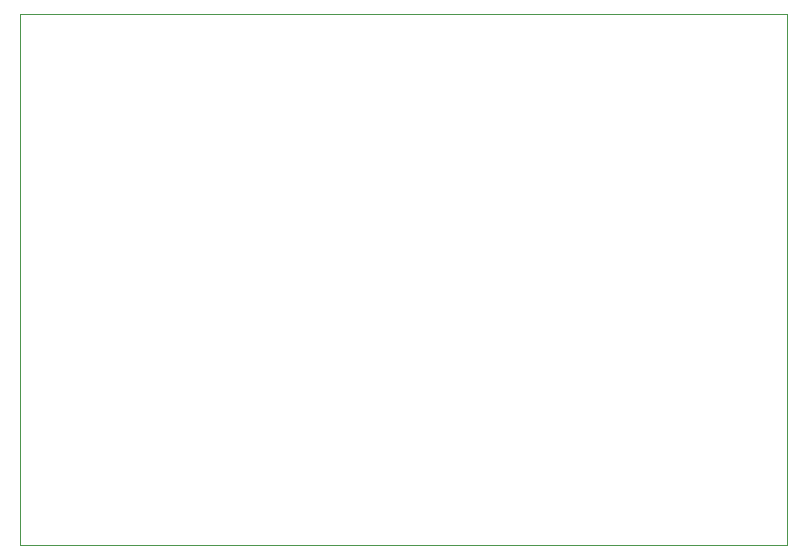
<source format=gbr>
%TF.GenerationSoftware,KiCad,Pcbnew,9.0.1*%
%TF.CreationDate,2025-04-01T19:12:10+10:00*%
%TF.ProjectId,payload_controlboard,7061796c-6f61-4645-9f63-6f6e74726f6c,rev?*%
%TF.SameCoordinates,Original*%
%TF.FileFunction,Profile,NP*%
%FSLAX46Y46*%
G04 Gerber Fmt 4.6, Leading zero omitted, Abs format (unit mm)*
G04 Created by KiCad (PCBNEW 9.0.1) date 2025-04-01 19:12:10*
%MOMM*%
%LPD*%
G01*
G04 APERTURE LIST*
%TA.AperFunction,Profile*%
%ADD10C,0.050000*%
%TD*%
G04 APERTURE END LIST*
D10*
X102000000Y-72920000D02*
X167000000Y-72920000D01*
X167000000Y-117920000D01*
X102000000Y-117920000D01*
X102000000Y-72920000D01*
M02*

</source>
